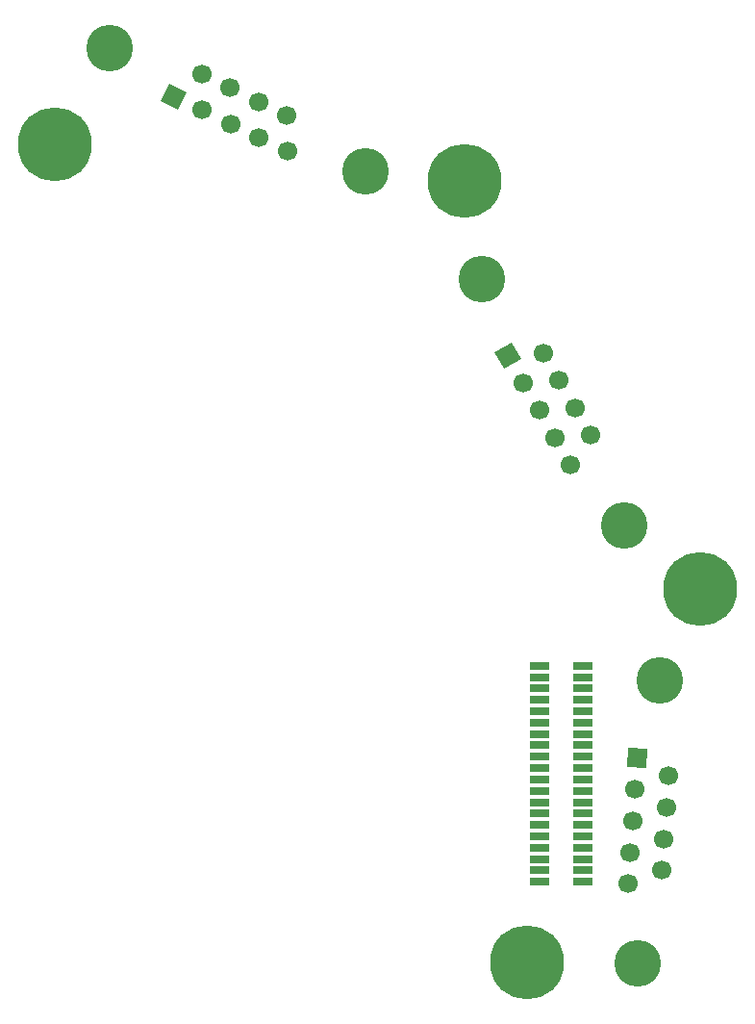
<source format=gbr>
%TF.GenerationSoftware,KiCad,Pcbnew,5.1.6*%
%TF.CreationDate,2020-07-16T12:24:58+02:00*%
%TF.ProjectId,Base-Interconnect,42617365-2d49-46e7-9465-72636f6e6e65,rev?*%
%TF.SameCoordinates,Original*%
%TF.FileFunction,Soldermask,Top*%
%TF.FilePolarity,Negative*%
%FSLAX46Y46*%
G04 Gerber Fmt 4.6, Leading zero omitted, Abs format (unit mm)*
G04 Created by KiCad (PCBNEW 5.1.6) date 2020-07-16 12:24:58*
%MOMM*%
%LPD*%
G01*
G04 APERTURE LIST*
%ADD10R,1.750000X0.700000*%
%ADD11C,0.900000*%
%ADD12C,6.500000*%
%ADD13C,4.100000*%
%ADD14C,1.700000*%
%ADD15C,0.100000*%
G04 APERTURE END LIST*
D10*
%TO.C,J4*%
X208225000Y-95100000D03*
X208225000Y-109100000D03*
X208225000Y-93100000D03*
X208225000Y-104100000D03*
X208225000Y-97100000D03*
X208225000Y-103100000D03*
X208225000Y-99100000D03*
X208225000Y-91100000D03*
X208225000Y-96100000D03*
X208225000Y-110100000D03*
X208225000Y-108100000D03*
X208225000Y-94100000D03*
X208225000Y-107100000D03*
X208225000Y-101100000D03*
X208225000Y-92100000D03*
X208225000Y-102100000D03*
X208225000Y-106100000D03*
X208225000Y-100100000D03*
X208225000Y-105100000D03*
X208225000Y-98100000D03*
X204375000Y-91100000D03*
X204375000Y-92100000D03*
X204375000Y-93100000D03*
X204375000Y-94100000D03*
X204375000Y-95100000D03*
X204375000Y-96100000D03*
X204375000Y-97100000D03*
X204375000Y-98100000D03*
X204375000Y-99100000D03*
X204375000Y-100100000D03*
X204375000Y-101100000D03*
X204375000Y-102100000D03*
X204375000Y-103100000D03*
X204375000Y-104100000D03*
X204375000Y-105100000D03*
X204375000Y-106100000D03*
X204375000Y-107100000D03*
X204375000Y-108100000D03*
X204375000Y-109100000D03*
X204375000Y-110100000D03*
%TD*%
D11*
%TO.C,H4*%
X204984156Y-115521744D03*
X203287100Y-114818800D03*
X201590044Y-115521744D03*
X200887100Y-117218800D03*
X201590044Y-118915856D03*
X203287100Y-119618800D03*
X204984156Y-118915856D03*
X205687100Y-117218800D03*
D12*
X203287100Y-117218800D03*
%TD*%
D11*
%TO.C,H3*%
X220250856Y-82682844D03*
X218553800Y-81979900D03*
X216856744Y-82682844D03*
X216153800Y-84379900D03*
X216856744Y-86076956D03*
X218553800Y-86779900D03*
X220250856Y-86076956D03*
X220953800Y-84379900D03*
D12*
X218553800Y-84379900D03*
%TD*%
D11*
%TO.C,H2*%
X199501356Y-46743644D03*
X197804300Y-46040700D03*
X196107244Y-46743644D03*
X195404300Y-48440700D03*
X196107244Y-50137756D03*
X197804300Y-50840700D03*
X199501356Y-50137756D03*
X200204300Y-48440700D03*
D12*
X197804300Y-48440700D03*
%TD*%
D13*
%TO.C,J3*%
X214947293Y-92384639D03*
X213072825Y-117314267D03*
D14*
X215114525Y-109099227D03*
X215322216Y-106337024D03*
X215529907Y-103574822D03*
X215737598Y-100812619D03*
X212178674Y-110267389D03*
X212386365Y-107505186D03*
X212594056Y-104742983D03*
X212801747Y-101980781D03*
D15*
G36*
X213793313Y-100129917D02*
G01*
X212098099Y-100002453D01*
X212225563Y-98307239D01*
X213920777Y-98434703D01*
X213793313Y-100129917D01*
G37*
%TD*%
D13*
%TO.C,J2*%
X199343189Y-57077982D03*
X211843189Y-78728618D03*
D14*
X208900445Y-70791636D03*
X207515445Y-68392745D03*
X206130445Y-65993855D03*
X204745445Y-63594964D03*
X207133433Y-73411081D03*
X205748433Y-71012190D03*
X204363433Y-68613300D03*
X202978433Y-66214410D03*
D15*
G36*
X202754555Y-64126641D02*
G01*
X201282311Y-64976641D01*
X200432311Y-63504397D01*
X201904555Y-62654397D01*
X202754555Y-64126641D01*
G37*
%TD*%
D13*
%TO.C,J1*%
X166541813Y-36720241D03*
X189068738Y-47561718D03*
D14*
X182165046Y-42663303D03*
X179669063Y-41462068D03*
X177173080Y-40260832D03*
X174677096Y-39059596D03*
X182181446Y-45822980D03*
X179685463Y-44621744D03*
X177189480Y-43420509D03*
X174693496Y-42219273D03*
D15*
G36*
X173332039Y-40620732D02*
G01*
X172594818Y-42152563D01*
X171062987Y-41415342D01*
X171800208Y-39883511D01*
X173332039Y-40620732D01*
G37*
%TD*%
D11*
%TO.C,H1*%
X163428656Y-43545544D03*
X161731600Y-42842600D03*
X160034544Y-43545544D03*
X159331600Y-45242600D03*
X160034544Y-46939656D03*
X161731600Y-47642600D03*
X163428656Y-46939656D03*
X164131600Y-45242600D03*
D12*
X161731600Y-45242600D03*
%TD*%
M02*

</source>
